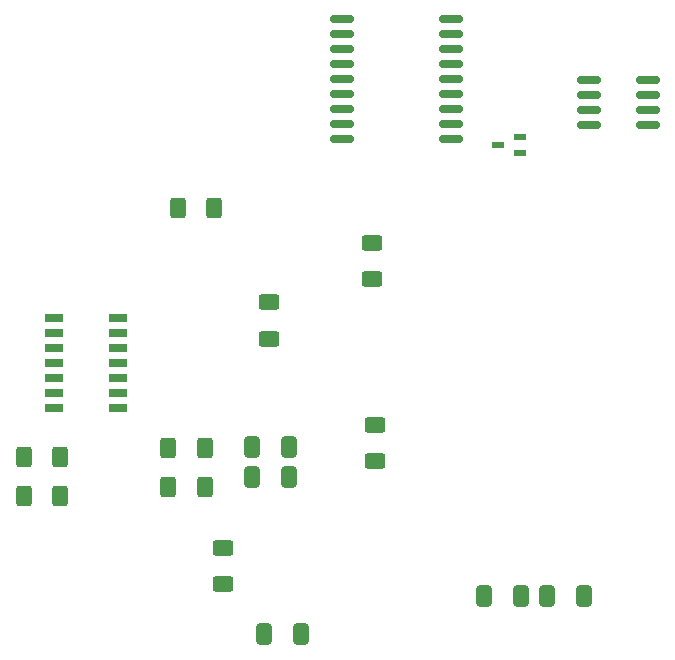
<source format=gbr>
%TF.GenerationSoftware,KiCad,Pcbnew,8.0.1-rc1*%
%TF.CreationDate,2024-05-25T10:35:02-07:00*%
%TF.ProjectId,AMS - CANBus Sensor - Pressure,414d5320-2d20-4434-914e-427573205365,rev?*%
%TF.SameCoordinates,Original*%
%TF.FileFunction,Paste,Bot*%
%TF.FilePolarity,Positive*%
%FSLAX46Y46*%
G04 Gerber Fmt 4.6, Leading zero omitted, Abs format (unit mm)*
G04 Created by KiCad (PCBNEW 8.0.1-rc1) date 2024-05-25 10:35:02*
%MOMM*%
%LPD*%
G01*
G04 APERTURE LIST*
G04 Aperture macros list*
%AMRoundRect*
0 Rectangle with rounded corners*
0 $1 Rounding radius*
0 $2 $3 $4 $5 $6 $7 $8 $9 X,Y pos of 4 corners*
0 Add a 4 corners polygon primitive as box body*
4,1,4,$2,$3,$4,$5,$6,$7,$8,$9,$2,$3,0*
0 Add four circle primitives for the rounded corners*
1,1,$1+$1,$2,$3*
1,1,$1+$1,$4,$5*
1,1,$1+$1,$6,$7*
1,1,$1+$1,$8,$9*
0 Add four rect primitives between the rounded corners*
20,1,$1+$1,$2,$3,$4,$5,0*
20,1,$1+$1,$4,$5,$6,$7,0*
20,1,$1+$1,$6,$7,$8,$9,0*
20,1,$1+$1,$8,$9,$2,$3,0*%
G04 Aperture macros list end*
%ADD10RoundRect,0.250000X0.400000X0.625000X-0.400000X0.625000X-0.400000X-0.625000X0.400000X-0.625000X0*%
%ADD11RoundRect,0.250000X-0.412500X-0.650000X0.412500X-0.650000X0.412500X0.650000X-0.412500X0.650000X0*%
%ADD12RoundRect,0.150000X0.825000X0.150000X-0.825000X0.150000X-0.825000X-0.150000X0.825000X-0.150000X0*%
%ADD13RoundRect,0.250000X-0.625000X0.400000X-0.625000X-0.400000X0.625000X-0.400000X0.625000X0.400000X0*%
%ADD14RoundRect,0.250000X0.412500X0.650000X-0.412500X0.650000X-0.412500X-0.650000X0.412500X-0.650000X0*%
%ADD15RoundRect,0.150000X0.875000X0.150000X-0.875000X0.150000X-0.875000X-0.150000X0.875000X-0.150000X0*%
%ADD16R,1.525000X0.650000*%
%ADD17RoundRect,0.250000X0.625000X-0.400000X0.625000X0.400000X-0.625000X0.400000X-0.625000X-0.400000X0*%
%ADD18R,1.000000X0.550000*%
G04 APERTURE END LIST*
D10*
%TO.C,R8*%
X130559200Y-101477900D03*
X127459200Y-101477900D03*
%TD*%
D11*
%TO.C,C2*%
X154199500Y-114008300D03*
X157324500Y-114008300D03*
%TD*%
D12*
%TO.C,U4*%
X168068800Y-70361000D03*
X168068800Y-71631000D03*
X168068800Y-72901000D03*
X168068800Y-74171000D03*
X163118800Y-74171000D03*
X163118800Y-72901000D03*
X163118800Y-71631000D03*
X163118800Y-70361000D03*
%TD*%
D10*
%TO.C,R14*%
X118344600Y-102249000D03*
X115244600Y-102249000D03*
%TD*%
%TO.C,R1*%
X131364300Y-81129300D03*
X128264300Y-81129300D03*
%TD*%
D13*
%TO.C,R4*%
X132096400Y-109912300D03*
X132096400Y-113012300D03*
%TD*%
D14*
%TO.C,C4*%
X162702000Y-113983400D03*
X159577000Y-113983400D03*
%TD*%
D15*
%TO.C,U3*%
X151455100Y-65127000D03*
X151455100Y-66397000D03*
X151455100Y-67667000D03*
X151455100Y-68937000D03*
X151455100Y-70207000D03*
X151455100Y-71477000D03*
X151455100Y-72747000D03*
X151455100Y-74017000D03*
X151455100Y-75287000D03*
X142155100Y-75287000D03*
X142155100Y-74017000D03*
X142155100Y-72747000D03*
X142155100Y-71477000D03*
X142155100Y-70207000D03*
X142155100Y-68937000D03*
X142155100Y-67667000D03*
X142155100Y-66397000D03*
X142155100Y-65127000D03*
%TD*%
D16*
%TO.C,IC2*%
X123238800Y-90470600D03*
X123238800Y-91740600D03*
X123238800Y-93010600D03*
X123238800Y-94280600D03*
X123238800Y-95550600D03*
X123238800Y-96820600D03*
X123238800Y-98090600D03*
X117814800Y-98090600D03*
X117814800Y-96820600D03*
X117814800Y-95550600D03*
X117814800Y-94280600D03*
X117814800Y-93010600D03*
X117814800Y-91740600D03*
X117814800Y-90470600D03*
%TD*%
D17*
%TO.C,R5*%
X144703000Y-87196800D03*
X144703000Y-84096800D03*
%TD*%
D13*
%TO.C,R3*%
X135973000Y-89148700D03*
X135973000Y-92248700D03*
%TD*%
D14*
%TO.C,C1*%
X138717100Y-117199700D03*
X135592100Y-117199700D03*
%TD*%
D13*
%TO.C,R2*%
X144995600Y-99509000D03*
X144995600Y-102609000D03*
%TD*%
D10*
%TO.C,R9*%
X130559200Y-104767900D03*
X127459200Y-104767900D03*
%TD*%
D14*
%TO.C,C7*%
X137705500Y-103901700D03*
X134580500Y-103901700D03*
%TD*%
D18*
%TO.C,D1*%
X157281400Y-75173600D03*
X157281400Y-76473600D03*
X155381400Y-75823600D03*
%TD*%
D10*
%TO.C,R15*%
X118344600Y-105539000D03*
X115244600Y-105539000D03*
%TD*%
D14*
%TO.C,C6*%
X137701800Y-101431800D03*
X134576800Y-101431800D03*
%TD*%
M02*

</source>
